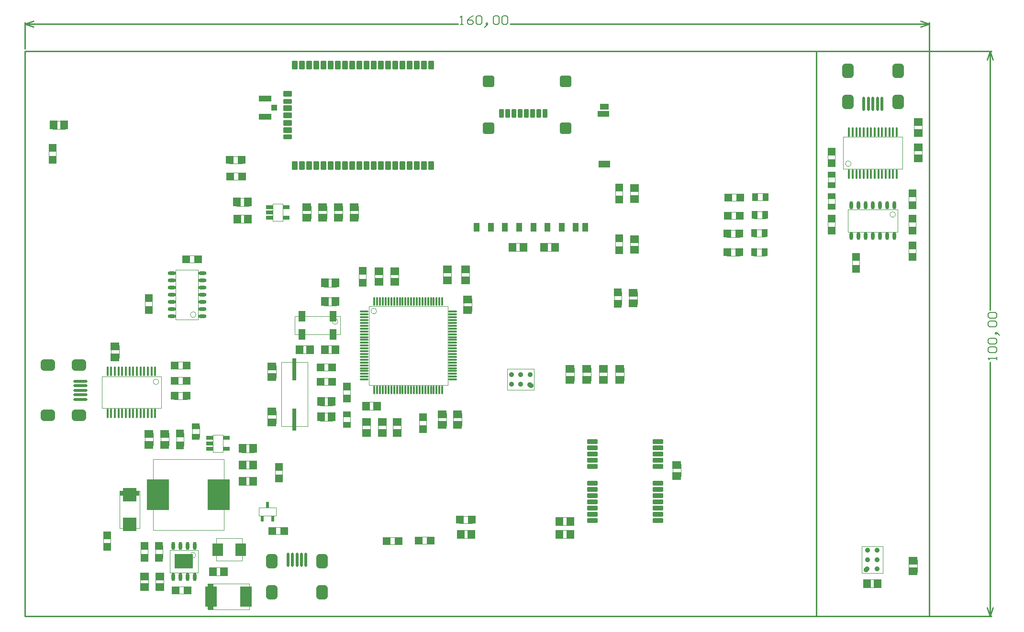
<source format=gtp>
G04 Layer_Color=8421504*
%FSLAX44Y44*%
%MOMM*%
G71*
G01*
G75*
%ADD10O,1.4500X0.6000*%
%ADD11O,0.6000X1.4500*%
G04:AMPARAMS|DCode=12|XSize=0.8mm|YSize=1.5mm|CornerRadius=0.12mm|HoleSize=0mm|Usage=FLASHONLY|Rotation=180.000|XOffset=0mm|YOffset=0mm|HoleType=Round|Shape=RoundedRectangle|*
%AMROUNDEDRECTD12*
21,1,0.8000,1.2600,0,0,180.0*
21,1,0.5600,1.5000,0,0,180.0*
1,1,0.2400,-0.2800,0.6300*
1,1,0.2400,0.2800,0.6300*
1,1,0.2400,0.2800,-0.6300*
1,1,0.2400,-0.2800,-0.6300*
%
%ADD12ROUNDEDRECTD12*%
G04:AMPARAMS|DCode=13|XSize=2mm|YSize=2mm|CornerRadius=0.3mm|HoleSize=0mm|Usage=FLASHONLY|Rotation=180.000|XOffset=0mm|YOffset=0mm|HoleType=Round|Shape=RoundedRectangle|*
%AMROUNDEDRECTD13*
21,1,2.0000,1.4000,0,0,180.0*
21,1,1.4000,2.0000,0,0,180.0*
1,1,0.6000,-0.7000,0.7000*
1,1,0.6000,0.7000,0.7000*
1,1,0.6000,0.7000,-0.7000*
1,1,0.6000,-0.7000,-0.7000*
%
%ADD13ROUNDEDRECTD13*%
G04:AMPARAMS|DCode=14|XSize=1.524mm|YSize=1.016mm|CornerRadius=0.1016mm|HoleSize=0mm|Usage=FLASHONLY|Rotation=270.000|XOffset=0mm|YOffset=0mm|HoleType=Round|Shape=RoundedRectangle|*
%AMROUNDEDRECTD14*
21,1,1.5240,0.8128,0,0,270.0*
21,1,1.3208,1.0160,0,0,270.0*
1,1,0.2032,-0.4064,-0.6604*
1,1,0.2032,-0.4064,0.6604*
1,1,0.2032,0.4064,0.6604*
1,1,0.2032,0.4064,-0.6604*
%
%ADD14ROUNDEDRECTD14*%
G04:AMPARAMS|DCode=15|XSize=1.524mm|YSize=0.8mm|CornerRadius=0.08mm|HoleSize=0mm|Usage=FLASHONLY|Rotation=180.000|XOffset=0mm|YOffset=0mm|HoleType=Round|Shape=RoundedRectangle|*
%AMROUNDEDRECTD15*
21,1,1.5240,0.6400,0,0,180.0*
21,1,1.3640,0.8000,0,0,180.0*
1,1,0.1600,-0.6820,0.3200*
1,1,0.1600,0.6820,0.3200*
1,1,0.1600,0.6820,-0.3200*
1,1,0.1600,-0.6820,-0.3200*
%
%ADD15ROUNDEDRECTD15*%
G04:AMPARAMS|DCode=16|XSize=1.524mm|YSize=1.016mm|CornerRadius=0.1016mm|HoleSize=0mm|Usage=FLASHONLY|Rotation=180.000|XOffset=0mm|YOffset=0mm|HoleType=Round|Shape=RoundedRectangle|*
%AMROUNDEDRECTD16*
21,1,1.5240,0.8128,0,0,180.0*
21,1,1.3208,1.0160,0,0,180.0*
1,1,0.2032,-0.6604,0.4064*
1,1,0.2032,0.6604,0.4064*
1,1,0.2032,0.6604,-0.4064*
1,1,0.2032,-0.6604,-0.4064*
%
%ADD16ROUNDEDRECTD16*%
%ADD17R,1.4000X1.5500*%
%ADD18R,1.4500X1.3500*%
G04:AMPARAMS|DCode=19|XSize=2mm|YSize=2.5mm|CornerRadius=0.5mm|HoleSize=0mm|Usage=FLASHONLY|Rotation=180.000|XOffset=0mm|YOffset=0mm|HoleType=Round|Shape=RoundedRectangle|*
%AMROUNDEDRECTD19*
21,1,2.0000,1.5000,0,0,180.0*
21,1,1.0000,2.5000,0,0,180.0*
1,1,1.0000,-0.5000,0.7500*
1,1,1.0000,0.5000,0.7500*
1,1,1.0000,0.5000,-0.7500*
1,1,1.0000,-0.5000,-0.7500*
%
%ADD19ROUNDEDRECTD19*%
%ADD20O,0.5000X2.5000*%
%ADD21O,0.3000X1.8500*%
%ADD22R,1.2000X0.6500*%
%ADD23R,1.5500X1.4000*%
%ADD24R,1.3500X1.4500*%
%ADD25R,1.3000X1.9000*%
G04:AMPARAMS|DCode=26|XSize=2mm|YSize=2.5mm|CornerRadius=0.5mm|HoleSize=0mm|Usage=FLASHONLY|Rotation=270.000|XOffset=0mm|YOffset=0mm|HoleType=Round|Shape=RoundedRectangle|*
%AMROUNDEDRECTD26*
21,1,2.0000,1.5000,0,0,270.0*
21,1,1.0000,2.5000,0,0,270.0*
1,1,1.0000,-0.7500,-0.5000*
1,1,1.0000,-0.7500,0.5000*
1,1,1.0000,0.7500,0.5000*
1,1,1.0000,0.7500,-0.5000*
%
%ADD26ROUNDEDRECTD26*%
%ADD27O,2.5000X0.5000*%
%ADD28R,2.0000X1.0000*%
%ADD29R,1.5500X1.0000*%
%ADD30R,2.0000X1.2000*%
%ADD31R,1.0000X1.6000*%
%ADD32R,0.6500X4.0000*%
%ADD33R,3.2000X2.5100*%
%ADD34C,0.9100*%
G04:AMPARAMS|DCode=35|XSize=0.8mm|YSize=1.8mm|CornerRadius=0.1mm|HoleSize=0mm|Usage=FLASHONLY|Rotation=270.000|XOffset=0mm|YOffset=0mm|HoleType=Round|Shape=RoundedRectangle|*
%AMROUNDEDRECTD35*
21,1,0.8000,1.6000,0,0,270.0*
21,1,0.6000,1.8000,0,0,270.0*
1,1,0.2000,-0.8000,-0.3000*
1,1,0.2000,-0.8000,0.3000*
1,1,0.2000,0.8000,0.3000*
1,1,0.2000,0.8000,-0.3000*
%
%ADD35ROUNDEDRECTD35*%
%ADD36O,1.6500X0.3500*%
%ADD37O,0.3500X1.6500*%
%ADD38R,3.9500X5.5000*%
%ADD39R,1.4000X1.0000*%
%ADD40R,1.9500X2.2500*%
%ADD41R,1.0000X1.4000*%
%ADD42R,2.1500X3.5500*%
%ADD43R,2.4500X2.4000*%
%ADD44R,0.6000X1.0000*%
G04:AMPARAMS|DCode=45|XSize=1.1mm|YSize=1.1mm|CornerRadius=0.11mm|HoleSize=0mm|Usage=FLASHONLY|Rotation=90.000|XOffset=0mm|YOffset=0mm|HoleType=Round|Shape=RoundedRectangle|*
%AMROUNDEDRECTD45*
21,1,1.1000,0.8800,0,0,90.0*
21,1,0.8800,1.1000,0,0,90.0*
1,1,0.2200,0.4400,0.4400*
1,1,0.2200,0.4400,-0.4400*
1,1,0.2200,-0.4400,-0.4400*
1,1,0.2200,-0.4400,0.4400*
%
%ADD45ROUNDEDRECTD45*%
G04:AMPARAMS|DCode=46|XSize=1.05mm|YSize=2.2mm|CornerRadius=0.0525mm|HoleSize=0mm|Usage=FLASHONLY|Rotation=90.000|XOffset=0mm|YOffset=0mm|HoleType=Round|Shape=RoundedRectangle|*
%AMROUNDEDRECTD46*
21,1,1.0500,2.0950,0,0,90.0*
21,1,0.9450,2.2000,0,0,90.0*
1,1,0.1050,1.0475,0.4725*
1,1,0.1050,1.0475,-0.4725*
1,1,0.1050,-1.0475,-0.4725*
1,1,0.1050,-1.0475,0.4725*
%
%ADD46ROUNDEDRECTD46*%
%ADD54C,0.1000*%
%ADD55C,0.2540*%
%ADD56C,0.1524*%
%ADD57R,0.9819X4.6000*%
%ADD58R,3.5000X0.8877*%
D10*
X1659250Y1236850D02*
D03*
Y1224150D02*
D03*
Y1211450D02*
D03*
Y1198750D02*
D03*
Y1186050D02*
D03*
Y1173350D02*
D03*
Y1160650D02*
D03*
X1713750Y1236850D02*
D03*
Y1224150D02*
D03*
Y1211450D02*
D03*
Y1198750D02*
D03*
Y1186050D02*
D03*
Y1173350D02*
D03*
Y1160650D02*
D03*
D11*
X2938100Y1357250D02*
D03*
X2925400D02*
D03*
X2912700D02*
D03*
X2900000D02*
D03*
X2887300D02*
D03*
X2874600D02*
D03*
X2861900D02*
D03*
X2938100Y1302750D02*
D03*
X2925400D02*
D03*
X2912700D02*
D03*
X2900000D02*
D03*
X2887300D02*
D03*
X2874600D02*
D03*
X2861900D02*
D03*
X1661950Y699750D02*
D03*
X1674650D02*
D03*
X1687350D02*
D03*
X1700050D02*
D03*
X1661950Y754250D02*
D03*
X1674650D02*
D03*
X1687350D02*
D03*
X1700050D02*
D03*
D12*
X2320000Y1520000D02*
D03*
X2309000D02*
D03*
X2298000D02*
D03*
X2287000D02*
D03*
X2276000D02*
D03*
X2265000D02*
D03*
X2254000D02*
D03*
X2243000D02*
D03*
D13*
X2356000Y1577000D02*
D03*
X2220000D02*
D03*
Y1494000D02*
D03*
X2356000D02*
D03*
D14*
X2118250Y1427250D02*
D03*
X2105550D02*
D03*
X2092850D02*
D03*
X2080150D02*
D03*
X2067450D02*
D03*
X2054750D02*
D03*
X2042050D02*
D03*
X2029350D02*
D03*
X2016650D02*
D03*
X2003950D02*
D03*
X1991250D02*
D03*
X1978550D02*
D03*
X1965850D02*
D03*
X1953150D02*
D03*
X1940450D02*
D03*
X1927750D02*
D03*
X1915050D02*
D03*
X1902350D02*
D03*
X1889650D02*
D03*
X1876950D02*
D03*
Y1605250D02*
D03*
X1889650D02*
D03*
X1902350D02*
D03*
X1915050D02*
D03*
X1927750D02*
D03*
X1940450D02*
D03*
X1953150D02*
D03*
X1965850D02*
D03*
X1978550D02*
D03*
X1991250D02*
D03*
X2003950D02*
D03*
X2016650D02*
D03*
X2029350D02*
D03*
X2042050D02*
D03*
X2054750D02*
D03*
X2067450D02*
D03*
X2080150D02*
D03*
X2092850D02*
D03*
X2105550D02*
D03*
X2118250D02*
D03*
D15*
X1864250Y1478250D02*
D03*
Y1541250D02*
D03*
D16*
Y1490250D02*
D03*
Y1503250D02*
D03*
Y1516250D02*
D03*
Y1529250D02*
D03*
Y1554250D02*
D03*
D17*
X1469250Y1499500D02*
D03*
X1450250D02*
D03*
X1794000Y1363000D02*
D03*
X1775000D02*
D03*
X1794250Y1333000D02*
D03*
X1775250D02*
D03*
X2364500Y775000D02*
D03*
X2345500D02*
D03*
X2364500Y798000D02*
D03*
X2345500D02*
D03*
X1732500Y709000D02*
D03*
X1751500D02*
D03*
X1784500Y927000D02*
D03*
X1803500D02*
D03*
X1784500Y898000D02*
D03*
X1803500D02*
D03*
X1784500Y869000D02*
D03*
X1803500D02*
D03*
X1949500Y1102000D02*
D03*
X1930500D02*
D03*
X1949500Y1187000D02*
D03*
X1930500D02*
D03*
X1949500Y1220000D02*
D03*
X1930500D02*
D03*
X1942500Y1010000D02*
D03*
X1923500D02*
D03*
X1942500Y983000D02*
D03*
X1923500D02*
D03*
X2003500Y1002000D02*
D03*
X2022500D02*
D03*
X1904500Y1102000D02*
D03*
X1885500D02*
D03*
X2189500Y775000D02*
D03*
X2170500D02*
D03*
X2262500Y1283000D02*
D03*
X2281500D02*
D03*
X2337500D02*
D03*
X2318500D02*
D03*
X2908500Y688000D02*
D03*
X2889500D02*
D03*
D18*
X2970000Y1333500D02*
D03*
Y1312500D02*
D03*
Y1357500D02*
D03*
Y1378500D02*
D03*
Y1265500D02*
D03*
Y1286500D02*
D03*
X1618500Y1172250D02*
D03*
Y1193250D02*
D03*
X2870000Y1244500D02*
D03*
Y1265500D02*
D03*
X1637000Y733500D02*
D03*
Y754500D02*
D03*
X1611000Y733500D02*
D03*
Y754500D02*
D03*
X1674000Y932500D02*
D03*
Y953500D02*
D03*
X2104000Y961500D02*
D03*
Y982500D02*
D03*
X1969000Y1015500D02*
D03*
Y1036500D02*
D03*
X2451000Y1367500D02*
D03*
Y1388500D02*
D03*
X2451000Y1277500D02*
D03*
Y1298500D02*
D03*
X1997000Y1220500D02*
D03*
Y1241500D02*
D03*
X2449000Y1182500D02*
D03*
Y1203500D02*
D03*
X1545000Y752500D02*
D03*
Y773500D02*
D03*
X1849000Y873500D02*
D03*
Y894500D02*
D03*
X1448500Y1459000D02*
D03*
Y1438000D02*
D03*
X2827000Y1333500D02*
D03*
Y1312500D02*
D03*
Y1431500D02*
D03*
Y1452500D02*
D03*
D19*
X2855500Y1595000D02*
D03*
X2944500D02*
D03*
X2855500Y1540000D02*
D03*
X2944500D02*
D03*
X1836500Y727000D02*
D03*
X1925500D02*
D03*
X1836500Y672000D02*
D03*
X1925500D02*
D03*
D20*
X2916000Y1537000D02*
D03*
X2908000D02*
D03*
X2900000D02*
D03*
X2892000D02*
D03*
X2884000D02*
D03*
X1897000Y730000D02*
D03*
X1889000D02*
D03*
X1881000D02*
D03*
X1873000D02*
D03*
X1865000D02*
D03*
D21*
X2942250Y1487250D02*
D03*
X2935750D02*
D03*
X2929250D02*
D03*
X2922750D02*
D03*
X2916250D02*
D03*
X2909750D02*
D03*
X2903250D02*
D03*
X2896750D02*
D03*
X2890250D02*
D03*
X2883750D02*
D03*
X2877250D02*
D03*
X2870750D02*
D03*
X2864250D02*
D03*
X2857750D02*
D03*
X2942250Y1412750D02*
D03*
X2935750D02*
D03*
X2929250D02*
D03*
X2922750D02*
D03*
X2916250D02*
D03*
X2909750D02*
D03*
X2903250D02*
D03*
X2896750D02*
D03*
X2890250D02*
D03*
X2883750D02*
D03*
X2877250D02*
D03*
X2870750D02*
D03*
X2864250D02*
D03*
X2857750D02*
D03*
X1545750Y988750D02*
D03*
X1552250D02*
D03*
X1558750D02*
D03*
X1565250D02*
D03*
X1571750D02*
D03*
X1578250D02*
D03*
X1584750D02*
D03*
X1591250D02*
D03*
X1597750D02*
D03*
X1604250D02*
D03*
X1610750D02*
D03*
X1617250D02*
D03*
X1623750D02*
D03*
X1630250D02*
D03*
X1545750Y1063250D02*
D03*
X1552250D02*
D03*
X1558750D02*
D03*
X1565250D02*
D03*
X1571750D02*
D03*
X1578250D02*
D03*
X1584750D02*
D03*
X1591250D02*
D03*
X1597750D02*
D03*
X1604250D02*
D03*
X1610750D02*
D03*
X1617250D02*
D03*
X1623750D02*
D03*
X1630250D02*
D03*
D22*
X1832500Y1354000D02*
D03*
Y1344500D02*
D03*
Y1335000D02*
D03*
X1862000D02*
D03*
Y1354000D02*
D03*
X1726250Y945500D02*
D03*
Y936000D02*
D03*
Y926500D02*
D03*
X1755750D02*
D03*
Y945500D02*
D03*
D23*
X2980000Y1485500D02*
D03*
Y1504500D02*
D03*
Y1440500D02*
D03*
Y1459500D02*
D03*
X1982250Y1354000D02*
D03*
Y1335000D02*
D03*
X1954250Y1354000D02*
D03*
Y1335000D02*
D03*
X1926250Y1354000D02*
D03*
Y1335000D02*
D03*
X1898250Y1354000D02*
D03*
Y1335000D02*
D03*
X2553000Y897500D02*
D03*
Y878500D02*
D03*
X1559000Y1088500D02*
D03*
Y1107500D02*
D03*
X1647000Y933500D02*
D03*
Y952500D02*
D03*
X1619000Y933500D02*
D03*
Y952500D02*
D03*
X1611000Y700500D02*
D03*
Y681500D02*
D03*
X1638000Y700500D02*
D03*
Y681500D02*
D03*
X2423000Y1067500D02*
D03*
Y1048500D02*
D03*
X2452000Y1067500D02*
D03*
Y1048500D02*
D03*
X2394000Y1067500D02*
D03*
Y1048500D02*
D03*
X2364000Y1067500D02*
D03*
Y1048500D02*
D03*
X2032000Y954500D02*
D03*
Y973500D02*
D03*
X2004000Y954500D02*
D03*
Y973500D02*
D03*
X2138000Y987500D02*
D03*
Y968500D02*
D03*
X2179000Y1224500D02*
D03*
Y1243500D02*
D03*
X2147000Y1224500D02*
D03*
Y1243500D02*
D03*
X2054000Y1221500D02*
D03*
Y1240500D02*
D03*
X2058000Y973500D02*
D03*
Y954500D02*
D03*
X2026000Y1221500D02*
D03*
Y1240500D02*
D03*
X2183000Y1171500D02*
D03*
Y1190500D02*
D03*
X2165000Y987500D02*
D03*
Y968500D02*
D03*
X1836500Y973000D02*
D03*
Y992000D02*
D03*
Y1072000D02*
D03*
Y1053000D02*
D03*
X2478000Y1387500D02*
D03*
Y1368500D02*
D03*
X2478000Y1297500D02*
D03*
Y1278500D02*
D03*
X2476000Y1202500D02*
D03*
Y1183500D02*
D03*
X2971000Y728500D02*
D03*
Y709500D02*
D03*
D24*
X1685000Y1261750D02*
D03*
X1706000D02*
D03*
X2060500Y763000D02*
D03*
X2039500D02*
D03*
X1666500Y676000D02*
D03*
X1687500D02*
D03*
X2665500Y1371000D02*
D03*
X2644500D02*
D03*
X2664500Y1339000D02*
D03*
X2643500D02*
D03*
X2642500Y1307000D02*
D03*
X2663500D02*
D03*
X2663500Y1274000D02*
D03*
X2642500D02*
D03*
X2190500Y801000D02*
D03*
X2169500D02*
D03*
X1943500Y1045000D02*
D03*
X1922500D02*
D03*
Y1070500D02*
D03*
X1943500D02*
D03*
X2117500Y764000D02*
D03*
X2096500D02*
D03*
X1664500Y1074000D02*
D03*
X1685500D02*
D03*
X1664500Y1047000D02*
D03*
X1685500D02*
D03*
X1664500Y1020000D02*
D03*
X1685500D02*
D03*
X1858500Y781000D02*
D03*
X1837500D02*
D03*
X1783000Y1437750D02*
D03*
X1762000D02*
D03*
X1784000Y1408500D02*
D03*
X1763000D02*
D03*
D25*
X1890000Y1128500D02*
D03*
X1945000D02*
D03*
X1890000Y1160500D02*
D03*
X1945000D02*
D03*
D26*
X1440000Y985500D02*
D03*
Y1074500D02*
D03*
X1495000Y985500D02*
D03*
Y1074500D02*
D03*
D27*
X1498000Y1046000D02*
D03*
Y1038000D02*
D03*
Y1030000D02*
D03*
Y1022000D02*
D03*
Y1014000D02*
D03*
D28*
X2423000Y1519000D02*
D03*
D29*
X2425000Y1532000D02*
D03*
D30*
Y1430000D02*
D03*
D31*
X2224200Y1318000D02*
D03*
X2249200D02*
D03*
X2274200D02*
D03*
X2299300D02*
D03*
X2324300D02*
D03*
X2349300D02*
D03*
X2374300D02*
D03*
X2390800D02*
D03*
X2199200D02*
D03*
D32*
X1876500Y978000D02*
D03*
Y1067000D02*
D03*
D33*
X1681000Y727000D02*
D03*
D34*
X2293500Y1057250D02*
D03*
X2293000Y1040000D02*
D03*
X2277000Y1057250D02*
D03*
Y1040750D02*
D03*
X2260500Y1057250D02*
D03*
Y1040750D02*
D03*
X2295000Y1038000D02*
D03*
X2907250Y713500D02*
D03*
X2890000Y714000D02*
D03*
X2907250Y730000D02*
D03*
X2890750D02*
D03*
X2907250Y746500D02*
D03*
X2890750D02*
D03*
X2888000Y712000D02*
D03*
D35*
X2520000Y799000D02*
D03*
Y810000D02*
D03*
Y821000D02*
D03*
Y832000D02*
D03*
Y843000D02*
D03*
Y854000D02*
D03*
Y865000D02*
D03*
Y895000D02*
D03*
Y906000D02*
D03*
Y917000D02*
D03*
Y928000D02*
D03*
Y939000D02*
D03*
X2404000D02*
D03*
Y928000D02*
D03*
Y917000D02*
D03*
Y906000D02*
D03*
Y895000D02*
D03*
Y865000D02*
D03*
Y854000D02*
D03*
Y843000D02*
D03*
Y832000D02*
D03*
Y821000D02*
D03*
Y810000D02*
D03*
Y799000D02*
D03*
D36*
X1999750Y1169000D02*
D03*
Y1164000D02*
D03*
Y1159000D02*
D03*
Y1154000D02*
D03*
Y1149000D02*
D03*
Y1144000D02*
D03*
Y1139000D02*
D03*
Y1134000D02*
D03*
Y1129000D02*
D03*
Y1124000D02*
D03*
Y1119000D02*
D03*
Y1114000D02*
D03*
Y1109000D02*
D03*
Y1104000D02*
D03*
Y1099000D02*
D03*
Y1094000D02*
D03*
Y1089000D02*
D03*
Y1084000D02*
D03*
Y1079000D02*
D03*
Y1074000D02*
D03*
Y1069000D02*
D03*
Y1064000D02*
D03*
Y1059000D02*
D03*
Y1054000D02*
D03*
Y1049000D02*
D03*
X2156250D02*
D03*
Y1054000D02*
D03*
Y1059000D02*
D03*
Y1064000D02*
D03*
Y1069000D02*
D03*
Y1074000D02*
D03*
Y1079000D02*
D03*
Y1084000D02*
D03*
Y1089000D02*
D03*
Y1094000D02*
D03*
Y1099000D02*
D03*
Y1104000D02*
D03*
Y1109000D02*
D03*
Y1114000D02*
D03*
Y1119000D02*
D03*
Y1124000D02*
D03*
Y1129000D02*
D03*
Y1134000D02*
D03*
Y1139000D02*
D03*
Y1144000D02*
D03*
Y1149000D02*
D03*
Y1154000D02*
D03*
Y1159000D02*
D03*
Y1164000D02*
D03*
Y1169000D02*
D03*
D37*
X2018000Y1030750D02*
D03*
X2023000D02*
D03*
X2028000D02*
D03*
X2033000D02*
D03*
X2038000D02*
D03*
X2043000D02*
D03*
X2048000D02*
D03*
X2053000D02*
D03*
X2058000D02*
D03*
X2063000D02*
D03*
X2068000D02*
D03*
X2073000D02*
D03*
X2078000D02*
D03*
X2083000D02*
D03*
X2088000D02*
D03*
X2093000D02*
D03*
X2098000D02*
D03*
X2103000D02*
D03*
X2108000D02*
D03*
X2113000D02*
D03*
X2118000D02*
D03*
X2123000D02*
D03*
X2128000D02*
D03*
X2133000D02*
D03*
X2138000D02*
D03*
Y1187250D02*
D03*
X2133000D02*
D03*
X2128000D02*
D03*
X2123000D02*
D03*
X2118000D02*
D03*
X2113000D02*
D03*
X2108000D02*
D03*
X2103000D02*
D03*
X2098000D02*
D03*
X2093000D02*
D03*
X2088000D02*
D03*
X2083000D02*
D03*
X2078000D02*
D03*
X2073000D02*
D03*
X2068000D02*
D03*
X2063000D02*
D03*
X2058000D02*
D03*
X2053000D02*
D03*
X2048000D02*
D03*
X2043000D02*
D03*
X2038000D02*
D03*
X2033000D02*
D03*
X2028000D02*
D03*
X2023000D02*
D03*
X2018000D02*
D03*
D38*
X1742750Y845000D02*
D03*
X1635250D02*
D03*
D39*
X1969000Y987250D02*
D03*
Y968750D02*
D03*
X1702000Y966250D02*
D03*
Y947750D02*
D03*
X2827000Y1392750D02*
D03*
Y1411250D02*
D03*
Y1373250D02*
D03*
Y1354750D02*
D03*
D40*
X1740750Y748000D02*
D03*
X1781250D02*
D03*
D41*
X2691750Y1372000D02*
D03*
X2710250D02*
D03*
X2709250Y1340000D02*
D03*
X2690750D02*
D03*
X2689750Y1308000D02*
D03*
X2708250D02*
D03*
X2708250Y1274000D02*
D03*
X2689750D02*
D03*
D42*
X1729000Y665000D02*
D03*
X1791000D02*
D03*
D43*
X1585000Y793000D02*
D03*
Y845000D02*
D03*
D44*
X1819500Y803000D02*
D03*
X1838500D02*
D03*
X1829000Y827000D02*
D03*
D45*
X1841000Y1529750D02*
D03*
D46*
X1825000Y1513750D02*
D03*
Y1545750D02*
D03*
D54*
X1702500Y1163750D02*
G03*
X1702500Y1163750I-5000J0D01*
G01*
X2940000Y1341000D02*
G03*
X2940000Y1341000I-5000J0D01*
G01*
X2861500Y1431000D02*
G03*
X2861500Y1431000I-5000J0D01*
G01*
X1953500Y1151500D02*
G03*
X1953500Y1151500I-5000J0D01*
G01*
X1636500Y1045000D02*
G03*
X1636500Y1045000I-5000J0D01*
G01*
X1702000Y738000D02*
G03*
X1702000Y738000I-5000J0D01*
G01*
X2022000Y1170000D02*
G03*
X2022000Y1170000I-5000J0D01*
G01*
X1666500Y1242750D02*
X1706500D01*
X1666500Y1154750D02*
X1706500D01*
X1666500D02*
Y1242750D01*
X1706500Y1154750D02*
Y1242750D01*
X2856000Y1350000D02*
X2944000D01*
X2856000Y1310000D02*
X2944000D01*
Y1350000D01*
X2856000Y1310000D02*
Y1350000D01*
X1470800Y1492250D02*
Y1506750D01*
X1448700Y1492250D02*
Y1506750D01*
Y1492250D02*
X1470800D01*
X1448700Y1506750D02*
X1470800D01*
X2976350Y1311600D02*
Y1334400D01*
X2963650Y1311600D02*
Y1334400D01*
X2976350D01*
X2963650Y1311600D02*
X2976350D01*
X2952500Y1422000D02*
Y1478000D01*
X2847500Y1422000D02*
Y1478000D01*
X2952500D01*
X2847500Y1422000D02*
X2952500D01*
X1838500Y1329250D02*
Y1359750D01*
X1856000Y1329250D02*
Y1359750D01*
X1838500D02*
X1856000D01*
X1838500Y1329250D02*
X1856000D01*
X2963650Y1356600D02*
Y1379400D01*
X2976350Y1356600D02*
Y1379400D01*
X2963650Y1356600D02*
X2976350D01*
X2963650Y1379400D02*
X2976350D01*
X2963650Y1264600D02*
Y1287400D01*
X2976350Y1264600D02*
Y1287400D01*
X2963650Y1264600D02*
X2976350D01*
X2963650Y1287400D02*
X2976350D01*
X1612150Y1171350D02*
Y1194150D01*
X1624850Y1171350D02*
Y1194150D01*
X1612150Y1171350D02*
X1624850D01*
X1612150Y1194150D02*
X1624850D01*
X2863650Y1243600D02*
Y1266400D01*
X2876350Y1243600D02*
Y1266400D01*
X2863650Y1243600D02*
X2876350D01*
X2863650Y1266400D02*
X2876350D01*
X2972750Y1483950D02*
X2987250D01*
X2972750Y1506050D02*
X2987250D01*
X2972750Y1483950D02*
Y1506050D01*
X2987250Y1483950D02*
Y1506050D01*
X2972750Y1438950D02*
X2987250D01*
X2972750Y1461050D02*
X2987250D01*
X2972750Y1438950D02*
Y1461050D01*
X2987250Y1438950D02*
Y1461050D01*
X1975000Y1355550D02*
X1989500D01*
X1975000Y1333450D02*
X1989500D01*
Y1355550D01*
X1975000Y1333450D02*
Y1355550D01*
X1947000D02*
X1961500D01*
X1947000Y1333450D02*
X1961500D01*
Y1355550D01*
X1947000Y1333450D02*
Y1355550D01*
X1919000D02*
X1933500D01*
X1919000Y1333450D02*
X1933500D01*
Y1355550D01*
X1919000Y1333450D02*
Y1355550D01*
X1891000D02*
X1905500D01*
X1891000Y1333450D02*
X1905500D01*
Y1355550D01*
X1891000Y1333450D02*
Y1355550D01*
X1795550Y1355750D02*
Y1370250D01*
X1773450Y1355750D02*
Y1370250D01*
Y1355750D02*
X1795550D01*
X1773450Y1370250D02*
X1795550D01*
X1795800Y1325750D02*
Y1340250D01*
X1773700Y1325750D02*
Y1340250D01*
Y1325750D02*
X1795800D01*
X1773700Y1340250D02*
X1795800D01*
X1684100Y1268100D02*
X1706900D01*
X1684100Y1255400D02*
X1706900D01*
X1684100D02*
Y1268100D01*
X1706900Y1255400D02*
Y1268100D01*
X2545750Y899050D02*
X2560250D01*
X2545750Y876950D02*
X2560250D01*
Y899050D01*
X2545750Y876950D02*
Y899050D01*
X2366050Y767750D02*
Y782250D01*
X2343950Y767750D02*
Y782250D01*
Y767750D02*
X2366050D01*
X2343950Y782250D02*
X2366050D01*
Y790750D02*
Y805250D01*
X2343950Y790750D02*
Y805250D01*
Y790750D02*
X2366050D01*
X2343950Y805250D02*
X2366050D01*
X1551750Y1086950D02*
X1566250D01*
X1551750Y1109050D02*
X1566250D01*
X1551750Y1086950D02*
Y1109050D01*
X1566250Y1086950D02*
Y1109050D01*
X2038600Y756650D02*
X2061400D01*
X2038600Y769350D02*
X2061400D01*
Y756650D02*
Y769350D01*
X2038600Y756650D02*
Y769350D01*
X1730950Y701750D02*
Y716250D01*
X1753050Y701750D02*
Y716250D01*
X1730950D02*
X1753050D01*
X1730950Y701750D02*
X1753050D01*
X1877500Y1128500D02*
Y1160500D01*
X1957500Y1128500D02*
Y1160500D01*
X1877500Y1128500D02*
X1957500D01*
X1877500Y1160500D02*
X1957500D01*
X1853000Y965750D02*
X1900000D01*
X1853000Y1079250D02*
X1900000D01*
X1853000Y965750D02*
Y1079250D01*
X1900000Y965750D02*
Y1079250D01*
X1535500Y998000D02*
Y1054000D01*
X1640500Y998000D02*
Y1054000D01*
X1535500Y998000D02*
X1640500D01*
X1535500Y1054000D02*
X1640500D01*
X1732250Y920750D02*
Y951250D01*
X1749750Y920750D02*
Y951250D01*
X1732250D02*
X1749750D01*
X1732250Y920750D02*
X1749750D01*
X1656000Y707000D02*
Y747000D01*
X1706000Y707000D02*
Y747000D01*
X1656000Y707000D02*
X1706000D01*
X1656000Y747000D02*
X1706000D01*
X2253400Y1067800D02*
X2300600D01*
X2253400Y1030200D02*
X2300600D01*
Y1067800D01*
X2253400Y1030200D02*
Y1067800D01*
X2008000Y1039000D02*
Y1179000D01*
X2148000Y1039000D02*
Y1179000D01*
X2008000D02*
X2148000D01*
X2008000Y1039000D02*
X2148000D01*
X1665600Y669650D02*
Y682350D01*
X1688400Y669650D02*
Y682350D01*
X1665600D02*
X1688400D01*
X1665600Y669650D02*
X1688400D01*
X1630650Y732600D02*
Y755400D01*
X1643350Y732600D02*
Y755400D01*
X1630650Y732600D02*
X1643350D01*
X1630650Y755400D02*
X1643350D01*
X1604650Y732600D02*
X1617350D01*
X1604650Y755400D02*
X1617350D01*
X1604650Y732600D02*
Y755400D01*
X1617350Y732600D02*
Y755400D01*
X1667650Y931600D02*
Y954400D01*
X1680350Y931600D02*
Y954400D01*
X1667650Y931600D02*
X1680350D01*
X1667650Y954400D02*
X1680350D01*
X2097650Y960600D02*
X2110350D01*
X2097650Y983400D02*
X2110350D01*
X2097650Y960600D02*
Y983400D01*
X2110350Y960600D02*
Y983400D01*
X2643600Y1364650D02*
X2666400D01*
X2643600Y1377350D02*
X2666400D01*
Y1364650D02*
Y1377350D01*
X2643600Y1364650D02*
Y1377350D01*
X1962650Y1014600D02*
X1975350D01*
X1962650Y1037400D02*
X1975350D01*
X1962650Y1014600D02*
Y1037400D01*
X1975350Y1014600D02*
Y1037400D01*
X2642600Y1332650D02*
X2665400D01*
X2642600Y1345350D02*
X2665400D01*
Y1332650D02*
Y1345350D01*
X2642600Y1332650D02*
Y1345350D01*
X2641600Y1300650D02*
Y1313350D01*
X2664400Y1300650D02*
Y1313350D01*
X2641600D02*
X2664400D01*
X2641600Y1300650D02*
X2664400D01*
X2641600Y1267650D02*
X2664400D01*
X2641600Y1280350D02*
X2664400D01*
Y1267650D02*
Y1280350D01*
X2641600Y1267650D02*
Y1280350D01*
X2444650Y1366600D02*
X2457350D01*
X2444650Y1389400D02*
X2457350D01*
X2444650Y1366600D02*
Y1389400D01*
X2457350Y1366600D02*
Y1389400D01*
X2168600Y794650D02*
X2191400D01*
X2168600Y807350D02*
X2191400D01*
Y794650D02*
Y807350D01*
X2168600Y794650D02*
Y807350D01*
X2444650Y1276600D02*
X2457350D01*
X2444650Y1299400D02*
X2457350D01*
X2444650Y1276600D02*
Y1299400D01*
X2457350Y1276600D02*
Y1299400D01*
X1990650Y1219600D02*
Y1242400D01*
X2003350Y1219600D02*
Y1242400D01*
X1990650Y1219600D02*
X2003350D01*
X1990650Y1242400D02*
X2003350D01*
X1944400Y1038650D02*
Y1051350D01*
X1921600Y1038650D02*
Y1051350D01*
Y1038650D02*
X1944400D01*
X1921600Y1051350D02*
X1944400D01*
X1921600Y1076850D02*
X1944400D01*
X1921600Y1064150D02*
X1944400D01*
X1921600D02*
Y1076850D01*
X1944400Y1064150D02*
Y1076850D01*
X2442650Y1181600D02*
X2455350D01*
X2442650Y1204400D02*
X2455350D01*
X2442650Y1181600D02*
Y1204400D01*
X2455350Y1181600D02*
Y1204400D01*
X2095600Y757650D02*
X2118400D01*
X2095600Y770350D02*
X2118400D01*
Y757650D02*
Y770350D01*
X2095600Y757650D02*
Y770350D01*
X1751500Y782500D02*
Y907500D01*
X1626500Y782500D02*
Y907500D01*
Y782500D02*
X1751500D01*
X1626500Y907500D02*
X1751500D01*
X1975250Y968000D02*
Y988000D01*
X1962750Y968000D02*
Y988000D01*
X1975250D01*
X1962750Y968000D02*
X1975250D01*
X1695750Y967000D02*
X1708250D01*
X1695750Y947000D02*
X1708250D01*
Y967000D01*
X1695750Y947000D02*
Y967000D01*
X1738000Y728250D02*
Y767750D01*
X1784000Y728250D02*
Y767750D01*
X1738000D02*
X1784000D01*
X1738000Y728250D02*
X1784000D01*
X2691000Y1378250D02*
X2711000D01*
X2691000Y1365750D02*
X2711000D01*
X2691000D02*
Y1378250D01*
X2711000Y1365750D02*
Y1378250D01*
X2710000Y1333750D02*
Y1346250D01*
X2690000Y1333750D02*
Y1346250D01*
Y1333750D02*
X2710000D01*
X2690000Y1346250D02*
X2710000D01*
X2689000Y1314250D02*
X2709000D01*
X2689000Y1301750D02*
X2709000D01*
X2689000D02*
Y1314250D01*
X2709000Y1301750D02*
Y1314250D01*
X2709000Y1267750D02*
Y1280250D01*
X2689000Y1267750D02*
Y1280250D01*
Y1267750D02*
X2709000D01*
X2689000Y1280250D02*
X2709000D01*
X1782950Y919750D02*
Y934250D01*
X1805050Y919750D02*
Y934250D01*
X1782950D02*
X1805050D01*
X1782950Y919750D02*
X1805050D01*
X1782950Y890750D02*
Y905250D01*
X1805050Y890750D02*
Y905250D01*
X1782950D02*
X1805050D01*
X1782950Y890750D02*
X1805050D01*
X1782950Y861750D02*
Y876250D01*
X1805050Y861750D02*
Y876250D01*
X1782950D02*
X1805050D01*
X1782950Y861750D02*
X1805050D01*
X1639750Y931950D02*
X1654250D01*
X1639750Y954050D02*
X1654250D01*
X1639750Y931950D02*
Y954050D01*
X1654250Y931950D02*
Y954050D01*
X1611750Y931950D02*
X1626250D01*
X1611750Y954050D02*
X1626250D01*
X1611750Y931950D02*
Y954050D01*
X1626250Y931950D02*
Y954050D01*
X1603750Y702050D02*
X1618250D01*
X1603750Y679950D02*
X1618250D01*
Y702050D01*
X1603750Y679950D02*
Y702050D01*
X1630750Y702050D02*
X1645250D01*
X1630750Y679950D02*
X1645250D01*
Y702050D01*
X1630750Y679950D02*
Y702050D01*
X1723500Y642000D02*
Y688000D01*
X1796500Y642000D02*
Y688000D01*
X1723500D02*
X1796500D01*
X1723500Y642000D02*
X1796500D01*
X1567500Y786000D02*
Y852000D01*
X1602500Y786000D02*
Y852000D01*
X1567500Y786000D02*
X1602500D01*
X1567500Y852000D02*
X1602500D01*
X2415750Y1069050D02*
X2430250D01*
X2415750Y1046950D02*
X2430250D01*
Y1069050D01*
X2415750Y1046950D02*
Y1069050D01*
X2444750D02*
X2459250D01*
X2444750Y1046950D02*
X2459250D01*
Y1069050D01*
X2444750Y1046950D02*
Y1069050D01*
X2386750D02*
X2401250D01*
X2386750Y1046950D02*
X2401250D01*
Y1069050D01*
X2386750Y1046950D02*
Y1069050D01*
X2356750D02*
X2371250D01*
X2356750Y1046950D02*
X2371250D01*
Y1069050D01*
X2356750Y1046950D02*
Y1069050D01*
X1951050Y1094750D02*
Y1109250D01*
X1928950Y1094750D02*
Y1109250D01*
Y1094750D02*
X1951050D01*
X1928950Y1109250D02*
X1951050D01*
Y1179750D02*
Y1194250D01*
X1928950Y1179750D02*
Y1194250D01*
Y1179750D02*
X1951050D01*
X1928950Y1194250D02*
X1951050D01*
Y1212750D02*
Y1227250D01*
X1928950Y1212750D02*
Y1227250D01*
Y1212750D02*
X1951050D01*
X1928950Y1227250D02*
X1951050D01*
X2024750Y952950D02*
X2039250D01*
X2024750Y975050D02*
X2039250D01*
X2024750Y952950D02*
Y975050D01*
X2039250Y952950D02*
Y975050D01*
X1996750Y952950D02*
X2011250D01*
X1996750Y975050D02*
X2011250D01*
X1996750Y952950D02*
Y975050D01*
X2011250Y952950D02*
Y975050D01*
X2130750Y989050D02*
X2145250D01*
X2130750Y966950D02*
X2145250D01*
Y989050D01*
X2130750Y966950D02*
Y989050D01*
X2171750Y1222950D02*
X2186250D01*
X2171750Y1245050D02*
X2186250D01*
X2171750Y1222950D02*
Y1245050D01*
X2186250Y1222950D02*
Y1245050D01*
X1944050Y1002750D02*
Y1017250D01*
X1921950Y1002750D02*
Y1017250D01*
Y1002750D02*
X1944050D01*
X1921950Y1017250D02*
X1944050D01*
Y975750D02*
Y990250D01*
X1921950Y975750D02*
Y990250D01*
Y975750D02*
X1944050D01*
X1921950Y990250D02*
X1944050D01*
X2139750Y1222950D02*
X2154250D01*
X2139750Y1245050D02*
X2154250D01*
X2139750Y1222950D02*
Y1245050D01*
X2154250Y1222950D02*
Y1245050D01*
X2046750Y1219950D02*
X2061250D01*
X2046750Y1242050D02*
X2061250D01*
X2046750Y1219950D02*
Y1242050D01*
X2061250Y1219950D02*
Y1242050D01*
X2001950Y994750D02*
Y1009250D01*
X2024050Y994750D02*
Y1009250D01*
X2001950D02*
X2024050D01*
X2001950Y994750D02*
X2024050D01*
X2050750Y975050D02*
X2065250D01*
X2050750Y952950D02*
X2065250D01*
Y975050D01*
X2050750Y952950D02*
Y975050D01*
X2018750Y1219950D02*
X2033250D01*
X2018750Y1242050D02*
X2033250D01*
X2018750Y1219950D02*
Y1242050D01*
X2033250Y1219950D02*
Y1242050D01*
X2175750Y1169950D02*
X2190250D01*
X2175750Y1192050D02*
X2190250D01*
X2175750Y1169950D02*
Y1192050D01*
X2190250Y1169950D02*
Y1192050D01*
X2157750Y989050D02*
X2172250D01*
X2157750Y966950D02*
X2172250D01*
Y989050D01*
X2157750Y966950D02*
Y989050D01*
X1906050Y1094750D02*
Y1109250D01*
X1883950Y1094750D02*
Y1109250D01*
Y1094750D02*
X1906050D01*
X1883950Y1109250D02*
X1906050D01*
X1829250Y971450D02*
X1843750D01*
X1829250Y993550D02*
X1843750D01*
X1829250Y971450D02*
Y993550D01*
X1843750Y971450D02*
Y993550D01*
X1829250Y1073550D02*
X1843750D01*
X1829250Y1051450D02*
X1843750D01*
Y1073550D01*
X1829250Y1051450D02*
Y1073550D01*
X2470750Y1389050D02*
X2485250D01*
X2470750Y1366950D02*
X2485250D01*
Y1389050D01*
X2470750Y1366950D02*
Y1389050D01*
X2470750Y1299050D02*
X2485250D01*
X2470750Y1276950D02*
X2485250D01*
Y1299050D01*
X2470750Y1276950D02*
Y1299050D01*
X2468750Y1204050D02*
X2483250D01*
X2468750Y1181950D02*
X2483250D01*
Y1204050D01*
X2468750Y1181950D02*
Y1204050D01*
X2191050Y767750D02*
Y782250D01*
X2168950Y767750D02*
Y782250D01*
Y767750D02*
X2191050D01*
X2168950Y782250D02*
X2191050D01*
X1538650Y751600D02*
Y774400D01*
X1551350Y751600D02*
Y774400D01*
X1538650Y751600D02*
X1551350D01*
X1538650Y774400D02*
X1551350D01*
X2260950Y1290250D02*
X2283050D01*
X2260950Y1275750D02*
X2283050D01*
X2260950D02*
Y1290250D01*
X2283050Y1275750D02*
Y1290250D01*
X2316950Y1275750D02*
X2339050D01*
X2316950Y1290250D02*
X2339050D01*
Y1275750D02*
Y1290250D01*
X2316950Y1275750D02*
Y1290250D01*
X1663600Y1067650D02*
Y1080350D01*
X1686400Y1067650D02*
Y1080350D01*
X1663600D02*
X1686400D01*
X1663600Y1067650D02*
X1686400D01*
X1663600Y1040650D02*
Y1053350D01*
X1686400Y1040650D02*
Y1053350D01*
X1663600D02*
X1686400D01*
X1663600Y1040650D02*
X1686400D01*
X1663600Y1013650D02*
Y1026350D01*
X1686400Y1013650D02*
Y1026350D01*
X1663600D02*
X1686400D01*
X1663600Y1013650D02*
X1686400D01*
X1813800Y808000D02*
X1844200D01*
X1813800Y822000D02*
X1844200D01*
X1813800Y808000D02*
Y822000D01*
X1844200Y808000D02*
Y822000D01*
X1842650Y872600D02*
X1855350D01*
X1842650Y895400D02*
X1855350D01*
X1842650Y872600D02*
Y895400D01*
X1855350Y872600D02*
Y895400D01*
X1859400Y774650D02*
Y787350D01*
X1836600Y774650D02*
Y787350D01*
Y774650D02*
X1859400D01*
X1836600Y787350D02*
X1859400D01*
X2887950Y680750D02*
X2910050D01*
X2887950Y695250D02*
X2910050D01*
Y680750D02*
Y695250D01*
X2887950Y680750D02*
Y695250D01*
X2978250Y707950D02*
Y730050D01*
X2963750Y707950D02*
Y730050D01*
X2978250D01*
X2963750Y707950D02*
X2978250D01*
X2917800Y706400D02*
Y753600D01*
X2880200Y706400D02*
Y753600D01*
Y706400D02*
X2917800D01*
X2880200Y753600D02*
X2917800D01*
X1442150Y1459900D02*
X1454850D01*
X1442150Y1437100D02*
X1454850D01*
Y1459900D01*
X1442150Y1437100D02*
Y1459900D01*
X2820750Y1392000D02*
X2833250D01*
X2820750Y1412000D02*
X2833250D01*
X2820750Y1392000D02*
Y1412000D01*
X2833250Y1392000D02*
Y1412000D01*
X2820650Y1334400D02*
X2833350D01*
X2820650Y1311600D02*
X2833350D01*
Y1334400D01*
X2820650Y1311600D02*
Y1334400D01*
Y1430600D02*
X2833350D01*
X2820650Y1453400D02*
X2833350D01*
X2820650Y1430600D02*
Y1453400D01*
X2833350Y1430600D02*
Y1453400D01*
X2820750Y1374000D02*
X2833250D01*
X2820750Y1354000D02*
X2833250D01*
Y1374000D01*
X2820750Y1354000D02*
Y1374000D01*
X1783900Y1431400D02*
Y1444100D01*
X1761100Y1431400D02*
Y1444100D01*
Y1431400D02*
X1783900D01*
X1761100Y1444100D02*
X1783900D01*
X1784900Y1402150D02*
Y1414850D01*
X1762100Y1402150D02*
Y1414850D01*
Y1402150D02*
X1784900D01*
X1762100Y1414850D02*
X1784900D01*
D55*
X2803810Y1630000D02*
X3109790D01*
X2803810Y630000D02*
X3109790D01*
X3107250Y1171896D02*
Y1630000D01*
Y630000D02*
Y1079976D01*
X3102170Y1614760D02*
X3107250Y1630000D01*
X3112330Y1614760D01*
X3107250Y630000D02*
X3112330Y645240D01*
X3102170D02*
X3107250Y630000D01*
X3000000Y632540D02*
Y1680540D01*
X1400000Y1633810D02*
Y1680540D01*
X2258107Y1678000D02*
X3000000D01*
X1400000D02*
X2166186D01*
X2984760Y1683080D02*
X3000000Y1678000D01*
X2984760Y1672920D02*
X3000000Y1678000D01*
X1400000D02*
X1415240Y1672920D01*
X1400000Y1678000D02*
X1415240Y1683080D01*
X1400000Y1630000D02*
X2800000D01*
Y630000D02*
Y1630000D01*
X1400000Y630000D02*
X2800000D01*
X1400000D02*
Y1630000D01*
X2800000D02*
X3000000D01*
Y630000D02*
Y1630000D01*
X2800000Y630000D02*
X3000000D01*
D56*
X3118931Y1084040D02*
Y1089118D01*
Y1086579D01*
X3103696D01*
X3106235Y1084040D01*
Y1096735D02*
X3103696Y1099275D01*
Y1104353D01*
X3106235Y1106892D01*
X3116392D01*
X3118931Y1104353D01*
Y1099275D01*
X3116392Y1096735D01*
X3106235D01*
Y1111971D02*
X3103696Y1114510D01*
Y1119588D01*
X3106235Y1122127D01*
X3116392D01*
X3118931Y1119588D01*
Y1114510D01*
X3116392Y1111971D01*
X3106235D01*
X3121470Y1129745D02*
X3118931Y1132284D01*
X3116392D01*
Y1129745D01*
X3118931D01*
Y1132284D01*
X3121470Y1129745D01*
X3124009Y1127206D01*
X3106235Y1142441D02*
X3103696Y1144980D01*
Y1150058D01*
X3106235Y1152597D01*
X3116392D01*
X3118931Y1150058D01*
Y1144980D01*
X3116392Y1142441D01*
X3106235D01*
Y1157676D02*
X3103696Y1160215D01*
Y1165293D01*
X3106235Y1167832D01*
X3116392D01*
X3118931Y1165293D01*
Y1160215D01*
X3116392Y1157676D01*
X3106235D01*
X2170250Y1677750D02*
X2175328D01*
X2172789D01*
Y1692985D01*
X2170250Y1690446D01*
X2193103Y1692985D02*
X2188024Y1690446D01*
X2182946Y1685367D01*
Y1680289D01*
X2185485Y1677750D01*
X2190563D01*
X2193103Y1680289D01*
Y1682828D01*
X2190563Y1685367D01*
X2182946D01*
X2198181Y1690446D02*
X2200720Y1692985D01*
X2205798D01*
X2208338Y1690446D01*
Y1680289D01*
X2205798Y1677750D01*
X2200720D01*
X2198181Y1680289D01*
Y1690446D01*
X2215955Y1675211D02*
X2218494Y1677750D01*
Y1680289D01*
X2215955D01*
Y1677750D01*
X2218494D01*
X2215955Y1675211D01*
X2213416Y1672672D01*
X2228651Y1690446D02*
X2231190Y1692985D01*
X2236269D01*
X2238808Y1690446D01*
Y1680289D01*
X2236269Y1677750D01*
X2231190D01*
X2228651Y1680289D01*
Y1690446D01*
X2243886D02*
X2246425Y1692985D01*
X2251504D01*
X2254043Y1690446D01*
Y1680289D01*
X2251504Y1677750D01*
X2246425D01*
X2243886Y1680289D01*
Y1690446D01*
D57*
X1728409Y665000D02*
D03*
D58*
X1585000Y847561D02*
D03*
M02*

</source>
